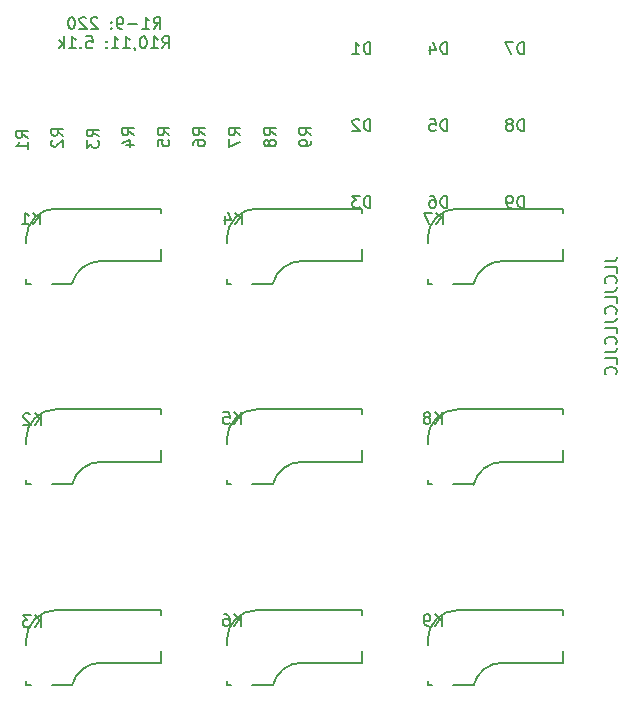
<source format=gbr>
G04 #@! TF.GenerationSoftware,KiCad,Pcbnew,(5.1.0)-1*
G04 #@! TF.CreationDate,2020-10-11T13:47:29-04:00*
G04 #@! TF.ProjectId,switch_tester,73776974-6368-45f7-9465-737465722e6b,rev?*
G04 #@! TF.SameCoordinates,Original*
G04 #@! TF.FileFunction,Legend,Bot*
G04 #@! TF.FilePolarity,Positive*
%FSLAX46Y46*%
G04 Gerber Fmt 4.6, Leading zero omitted, Abs format (unit mm)*
G04 Created by KiCad (PCBNEW (5.1.0)-1) date 2020-10-11 13:47:29*
%MOMM*%
%LPD*%
G04 APERTURE LIST*
%ADD10C,0.150000*%
G04 APERTURE END LIST*
D10*
X115652380Y-55480952D02*
X116366666Y-55480952D01*
X116509523Y-55433333D01*
X116604761Y-55338095D01*
X116652380Y-55195238D01*
X116652380Y-55100000D01*
X116652380Y-56433333D02*
X116652380Y-55957142D01*
X115652380Y-55957142D01*
X116557142Y-57338095D02*
X116604761Y-57290476D01*
X116652380Y-57147619D01*
X116652380Y-57052380D01*
X116604761Y-56909523D01*
X116509523Y-56814285D01*
X116414285Y-56766666D01*
X116223809Y-56719047D01*
X116080952Y-56719047D01*
X115890476Y-56766666D01*
X115795238Y-56814285D01*
X115700000Y-56909523D01*
X115652380Y-57052380D01*
X115652380Y-57147619D01*
X115700000Y-57290476D01*
X115747619Y-57338095D01*
X115652380Y-58052380D02*
X116366666Y-58052380D01*
X116509523Y-58004761D01*
X116604761Y-57909523D01*
X116652380Y-57766666D01*
X116652380Y-57671428D01*
X116652380Y-59004761D02*
X116652380Y-58528571D01*
X115652380Y-58528571D01*
X116557142Y-59909523D02*
X116604761Y-59861904D01*
X116652380Y-59719047D01*
X116652380Y-59623809D01*
X116604761Y-59480952D01*
X116509523Y-59385714D01*
X116414285Y-59338095D01*
X116223809Y-59290476D01*
X116080952Y-59290476D01*
X115890476Y-59338095D01*
X115795238Y-59385714D01*
X115700000Y-59480952D01*
X115652380Y-59623809D01*
X115652380Y-59719047D01*
X115700000Y-59861904D01*
X115747619Y-59909523D01*
X115652380Y-60623809D02*
X116366666Y-60623809D01*
X116509523Y-60576190D01*
X116604761Y-60480952D01*
X116652380Y-60338095D01*
X116652380Y-60242857D01*
X116652380Y-61576190D02*
X116652380Y-61100000D01*
X115652380Y-61100000D01*
X116557142Y-62480952D02*
X116604761Y-62433333D01*
X116652380Y-62290476D01*
X116652380Y-62195238D01*
X116604761Y-62052380D01*
X116509523Y-61957142D01*
X116414285Y-61909523D01*
X116223809Y-61861904D01*
X116080952Y-61861904D01*
X115890476Y-61909523D01*
X115795238Y-61957142D01*
X115700000Y-62052380D01*
X115652380Y-62195238D01*
X115652380Y-62290476D01*
X115700000Y-62433333D01*
X115747619Y-62480952D01*
X115652380Y-63195238D02*
X116366666Y-63195238D01*
X116509523Y-63147619D01*
X116604761Y-63052380D01*
X116652380Y-62909523D01*
X116652380Y-62814285D01*
X116652380Y-64147619D02*
X116652380Y-63671428D01*
X115652380Y-63671428D01*
X116557142Y-65052380D02*
X116604761Y-65004761D01*
X116652380Y-64861904D01*
X116652380Y-64766666D01*
X116604761Y-64623809D01*
X116509523Y-64528571D01*
X116414285Y-64480952D01*
X116223809Y-64433333D01*
X116080952Y-64433333D01*
X115890476Y-64480952D01*
X115795238Y-64528571D01*
X115700000Y-64623809D01*
X115652380Y-64766666D01*
X115652380Y-64861904D01*
X115700000Y-65004761D01*
X115747619Y-65052380D01*
X77449523Y-35797380D02*
X77782857Y-35321190D01*
X78020952Y-35797380D02*
X78020952Y-34797380D01*
X77640000Y-34797380D01*
X77544761Y-34845000D01*
X77497142Y-34892619D01*
X77449523Y-34987857D01*
X77449523Y-35130714D01*
X77497142Y-35225952D01*
X77544761Y-35273571D01*
X77640000Y-35321190D01*
X78020952Y-35321190D01*
X76497142Y-35797380D02*
X77068571Y-35797380D01*
X76782857Y-35797380D02*
X76782857Y-34797380D01*
X76878095Y-34940238D01*
X76973333Y-35035476D01*
X77068571Y-35083095D01*
X76068571Y-35416428D02*
X75306666Y-35416428D01*
X74782857Y-35797380D02*
X74592380Y-35797380D01*
X74497142Y-35749761D01*
X74449523Y-35702142D01*
X74354285Y-35559285D01*
X74306666Y-35368809D01*
X74306666Y-34987857D01*
X74354285Y-34892619D01*
X74401904Y-34845000D01*
X74497142Y-34797380D01*
X74687619Y-34797380D01*
X74782857Y-34845000D01*
X74830476Y-34892619D01*
X74878095Y-34987857D01*
X74878095Y-35225952D01*
X74830476Y-35321190D01*
X74782857Y-35368809D01*
X74687619Y-35416428D01*
X74497142Y-35416428D01*
X74401904Y-35368809D01*
X74354285Y-35321190D01*
X74306666Y-35225952D01*
X73878095Y-35702142D02*
X73830476Y-35749761D01*
X73878095Y-35797380D01*
X73925714Y-35749761D01*
X73878095Y-35702142D01*
X73878095Y-35797380D01*
X73878095Y-35178333D02*
X73830476Y-35225952D01*
X73878095Y-35273571D01*
X73925714Y-35225952D01*
X73878095Y-35178333D01*
X73878095Y-35273571D01*
X72687619Y-34892619D02*
X72640000Y-34845000D01*
X72544761Y-34797380D01*
X72306666Y-34797380D01*
X72211428Y-34845000D01*
X72163809Y-34892619D01*
X72116190Y-34987857D01*
X72116190Y-35083095D01*
X72163809Y-35225952D01*
X72735238Y-35797380D01*
X72116190Y-35797380D01*
X71735238Y-34892619D02*
X71687619Y-34845000D01*
X71592380Y-34797380D01*
X71354285Y-34797380D01*
X71259047Y-34845000D01*
X71211428Y-34892619D01*
X71163809Y-34987857D01*
X71163809Y-35083095D01*
X71211428Y-35225952D01*
X71782857Y-35797380D01*
X71163809Y-35797380D01*
X70544761Y-34797380D02*
X70449523Y-34797380D01*
X70354285Y-34845000D01*
X70306666Y-34892619D01*
X70259047Y-34987857D01*
X70211428Y-35178333D01*
X70211428Y-35416428D01*
X70259047Y-35606904D01*
X70306666Y-35702142D01*
X70354285Y-35749761D01*
X70449523Y-35797380D01*
X70544761Y-35797380D01*
X70640000Y-35749761D01*
X70687619Y-35702142D01*
X70735238Y-35606904D01*
X70782857Y-35416428D01*
X70782857Y-35178333D01*
X70735238Y-34987857D01*
X70687619Y-34892619D01*
X70640000Y-34845000D01*
X70544761Y-34797380D01*
X78187619Y-37447380D02*
X78520952Y-36971190D01*
X78759047Y-37447380D02*
X78759047Y-36447380D01*
X78378095Y-36447380D01*
X78282857Y-36495000D01*
X78235238Y-36542619D01*
X78187619Y-36637857D01*
X78187619Y-36780714D01*
X78235238Y-36875952D01*
X78282857Y-36923571D01*
X78378095Y-36971190D01*
X78759047Y-36971190D01*
X77235238Y-37447380D02*
X77806666Y-37447380D01*
X77520952Y-37447380D02*
X77520952Y-36447380D01*
X77616190Y-36590238D01*
X77711428Y-36685476D01*
X77806666Y-36733095D01*
X76616190Y-36447380D02*
X76520952Y-36447380D01*
X76425714Y-36495000D01*
X76378095Y-36542619D01*
X76330476Y-36637857D01*
X76282857Y-36828333D01*
X76282857Y-37066428D01*
X76330476Y-37256904D01*
X76378095Y-37352142D01*
X76425714Y-37399761D01*
X76520952Y-37447380D01*
X76616190Y-37447380D01*
X76711428Y-37399761D01*
X76759047Y-37352142D01*
X76806666Y-37256904D01*
X76854285Y-37066428D01*
X76854285Y-36828333D01*
X76806666Y-36637857D01*
X76759047Y-36542619D01*
X76711428Y-36495000D01*
X76616190Y-36447380D01*
X75806666Y-37399761D02*
X75806666Y-37447380D01*
X75854285Y-37542619D01*
X75901904Y-37590238D01*
X74854285Y-37447380D02*
X75425714Y-37447380D01*
X75140000Y-37447380D02*
X75140000Y-36447380D01*
X75235238Y-36590238D01*
X75330476Y-36685476D01*
X75425714Y-36733095D01*
X73901904Y-37447380D02*
X74473333Y-37447380D01*
X74187619Y-37447380D02*
X74187619Y-36447380D01*
X74282857Y-36590238D01*
X74378095Y-36685476D01*
X74473333Y-36733095D01*
X73473333Y-37352142D02*
X73425714Y-37399761D01*
X73473333Y-37447380D01*
X73520952Y-37399761D01*
X73473333Y-37352142D01*
X73473333Y-37447380D01*
X73473333Y-36828333D02*
X73425714Y-36875952D01*
X73473333Y-36923571D01*
X73520952Y-36875952D01*
X73473333Y-36828333D01*
X73473333Y-36923571D01*
X71759047Y-36447380D02*
X72235238Y-36447380D01*
X72282857Y-36923571D01*
X72235238Y-36875952D01*
X72140000Y-36828333D01*
X71901904Y-36828333D01*
X71806666Y-36875952D01*
X71759047Y-36923571D01*
X71711428Y-37018809D01*
X71711428Y-37256904D01*
X71759047Y-37352142D01*
X71806666Y-37399761D01*
X71901904Y-37447380D01*
X72140000Y-37447380D01*
X72235238Y-37399761D01*
X72282857Y-37352142D01*
X71282857Y-37352142D02*
X71235238Y-37399761D01*
X71282857Y-37447380D01*
X71330476Y-37399761D01*
X71282857Y-37352142D01*
X71282857Y-37447380D01*
X70282857Y-37447380D02*
X70854285Y-37447380D01*
X70568571Y-37447380D02*
X70568571Y-36447380D01*
X70663809Y-36590238D01*
X70759047Y-36685476D01*
X70854285Y-36733095D01*
X69854285Y-37447380D02*
X69854285Y-36447380D01*
X69759047Y-37066428D02*
X69473333Y-37447380D01*
X69473333Y-36780714D02*
X69854285Y-37161666D01*
X112080000Y-85015000D02*
X103190000Y-85015000D01*
X112080000Y-85396000D02*
X112080000Y-85015000D01*
X112080000Y-89460000D02*
X112080000Y-88444000D01*
X107000000Y-89460000D02*
X112080000Y-89460000D01*
X102809000Y-91365000D02*
X104460000Y-91365000D01*
X100650000Y-91365000D02*
X101031000Y-91365000D01*
X100650000Y-90984000D02*
X100650000Y-91365000D01*
X100650000Y-87555000D02*
X100650000Y-87936000D01*
X104535838Y-91383960D02*
G75*
G02X107000000Y-89460000I2464162J-616040D01*
G01*
X100650000Y-87555000D02*
G75*
G02X103190000Y-85015000I2540000J0D01*
G01*
X112080000Y-68015000D02*
X103190000Y-68015000D01*
X112080000Y-68396000D02*
X112080000Y-68015000D01*
X112080000Y-72460000D02*
X112080000Y-71444000D01*
X107000000Y-72460000D02*
X112080000Y-72460000D01*
X102809000Y-74365000D02*
X104460000Y-74365000D01*
X100650000Y-74365000D02*
X101031000Y-74365000D01*
X100650000Y-73984000D02*
X100650000Y-74365000D01*
X100650000Y-70555000D02*
X100650000Y-70936000D01*
X104535838Y-74383960D02*
G75*
G02X107000000Y-72460000I2464162J-616040D01*
G01*
X100650000Y-70555000D02*
G75*
G02X103190000Y-68015000I2540000J0D01*
G01*
X112080000Y-51015000D02*
X103190000Y-51015000D01*
X112080000Y-51396000D02*
X112080000Y-51015000D01*
X112080000Y-55460000D02*
X112080000Y-54444000D01*
X107000000Y-55460000D02*
X112080000Y-55460000D01*
X102809000Y-57365000D02*
X104460000Y-57365000D01*
X100650000Y-57365000D02*
X101031000Y-57365000D01*
X100650000Y-56984000D02*
X100650000Y-57365000D01*
X100650000Y-53555000D02*
X100650000Y-53936000D01*
X104535838Y-57383960D02*
G75*
G02X107000000Y-55460000I2464162J-616040D01*
G01*
X100650000Y-53555000D02*
G75*
G02X103190000Y-51015000I2540000J0D01*
G01*
X95080000Y-85015000D02*
X86190000Y-85015000D01*
X95080000Y-85396000D02*
X95080000Y-85015000D01*
X95080000Y-89460000D02*
X95080000Y-88444000D01*
X90000000Y-89460000D02*
X95080000Y-89460000D01*
X85809000Y-91365000D02*
X87460000Y-91365000D01*
X83650000Y-91365000D02*
X84031000Y-91365000D01*
X83650000Y-90984000D02*
X83650000Y-91365000D01*
X83650000Y-87555000D02*
X83650000Y-87936000D01*
X87535838Y-91383960D02*
G75*
G02X90000000Y-89460000I2464162J-616040D01*
G01*
X83650000Y-87555000D02*
G75*
G02X86190000Y-85015000I2540000J0D01*
G01*
X95080000Y-68015000D02*
X86190000Y-68015000D01*
X95080000Y-68396000D02*
X95080000Y-68015000D01*
X95080000Y-72460000D02*
X95080000Y-71444000D01*
X90000000Y-72460000D02*
X95080000Y-72460000D01*
X85809000Y-74365000D02*
X87460000Y-74365000D01*
X83650000Y-74365000D02*
X84031000Y-74365000D01*
X83650000Y-73984000D02*
X83650000Y-74365000D01*
X83650000Y-70555000D02*
X83650000Y-70936000D01*
X87535838Y-74383960D02*
G75*
G02X90000000Y-72460000I2464162J-616040D01*
G01*
X83650000Y-70555000D02*
G75*
G02X86190000Y-68015000I2540000J0D01*
G01*
X95080000Y-51015000D02*
X86190000Y-51015000D01*
X95080000Y-51396000D02*
X95080000Y-51015000D01*
X95080000Y-55460000D02*
X95080000Y-54444000D01*
X90000000Y-55460000D02*
X95080000Y-55460000D01*
X85809000Y-57365000D02*
X87460000Y-57365000D01*
X83650000Y-57365000D02*
X84031000Y-57365000D01*
X83650000Y-56984000D02*
X83650000Y-57365000D01*
X83650000Y-53555000D02*
X83650000Y-53936000D01*
X87535838Y-57383960D02*
G75*
G02X90000000Y-55460000I2464162J-616040D01*
G01*
X83650000Y-53555000D02*
G75*
G02X86190000Y-51015000I2540000J0D01*
G01*
X78080000Y-85015000D02*
X69190000Y-85015000D01*
X78080000Y-85396000D02*
X78080000Y-85015000D01*
X78080000Y-89460000D02*
X78080000Y-88444000D01*
X73000000Y-89460000D02*
X78080000Y-89460000D01*
X68809000Y-91365000D02*
X70460000Y-91365000D01*
X66650000Y-91365000D02*
X67031000Y-91365000D01*
X66650000Y-90984000D02*
X66650000Y-91365000D01*
X66650000Y-87555000D02*
X66650000Y-87936000D01*
X70535838Y-91383960D02*
G75*
G02X73000000Y-89460000I2464162J-616040D01*
G01*
X66650000Y-87555000D02*
G75*
G02X69190000Y-85015000I2540000J0D01*
G01*
X78080000Y-68015000D02*
X69190000Y-68015000D01*
X78080000Y-68396000D02*
X78080000Y-68015000D01*
X78080000Y-72460000D02*
X78080000Y-71444000D01*
X73000000Y-72460000D02*
X78080000Y-72460000D01*
X68809000Y-74365000D02*
X70460000Y-74365000D01*
X66650000Y-74365000D02*
X67031000Y-74365000D01*
X66650000Y-73984000D02*
X66650000Y-74365000D01*
X66650000Y-70555000D02*
X66650000Y-70936000D01*
X70535838Y-74383960D02*
G75*
G02X73000000Y-72460000I2464162J-616040D01*
G01*
X66650000Y-70555000D02*
G75*
G02X69190000Y-68015000I2540000J0D01*
G01*
X78080000Y-51015000D02*
X69190000Y-51015000D01*
X78080000Y-51396000D02*
X78080000Y-51015000D01*
X78080000Y-55460000D02*
X78080000Y-54444000D01*
X73000000Y-55460000D02*
X78080000Y-55460000D01*
X68809000Y-57365000D02*
X70460000Y-57365000D01*
X66650000Y-57365000D02*
X67031000Y-57365000D01*
X66650000Y-56984000D02*
X66650000Y-57365000D01*
X66650000Y-53555000D02*
X66650000Y-53936000D01*
X70535838Y-57383960D02*
G75*
G02X73000000Y-55460000I2464162J-616040D01*
G01*
X66650000Y-53555000D02*
G75*
G02X69190000Y-51015000I2540000J0D01*
G01*
X101838095Y-86352380D02*
X101838095Y-85352380D01*
X101266666Y-86352380D02*
X101695238Y-85780952D01*
X101266666Y-85352380D02*
X101838095Y-85923809D01*
X100790476Y-86352380D02*
X100600000Y-86352380D01*
X100504761Y-86304761D01*
X100457142Y-86257142D01*
X100361904Y-86114285D01*
X100314285Y-85923809D01*
X100314285Y-85542857D01*
X100361904Y-85447619D01*
X100409523Y-85400000D01*
X100504761Y-85352380D01*
X100695238Y-85352380D01*
X100790476Y-85400000D01*
X100838095Y-85447619D01*
X100885714Y-85542857D01*
X100885714Y-85780952D01*
X100838095Y-85876190D01*
X100790476Y-85923809D01*
X100695238Y-85971428D01*
X100504761Y-85971428D01*
X100409523Y-85923809D01*
X100361904Y-85876190D01*
X100314285Y-85780952D01*
X101838095Y-69252380D02*
X101838095Y-68252380D01*
X101266666Y-69252380D02*
X101695238Y-68680952D01*
X101266666Y-68252380D02*
X101838095Y-68823809D01*
X100695238Y-68680952D02*
X100790476Y-68633333D01*
X100838095Y-68585714D01*
X100885714Y-68490476D01*
X100885714Y-68442857D01*
X100838095Y-68347619D01*
X100790476Y-68300000D01*
X100695238Y-68252380D01*
X100504761Y-68252380D01*
X100409523Y-68300000D01*
X100361904Y-68347619D01*
X100314285Y-68442857D01*
X100314285Y-68490476D01*
X100361904Y-68585714D01*
X100409523Y-68633333D01*
X100504761Y-68680952D01*
X100695238Y-68680952D01*
X100790476Y-68728571D01*
X100838095Y-68776190D01*
X100885714Y-68871428D01*
X100885714Y-69061904D01*
X100838095Y-69157142D01*
X100790476Y-69204761D01*
X100695238Y-69252380D01*
X100504761Y-69252380D01*
X100409523Y-69204761D01*
X100361904Y-69157142D01*
X100314285Y-69061904D01*
X100314285Y-68871428D01*
X100361904Y-68776190D01*
X100409523Y-68728571D01*
X100504761Y-68680952D01*
X101938095Y-52352380D02*
X101938095Y-51352380D01*
X101366666Y-52352380D02*
X101795238Y-51780952D01*
X101366666Y-51352380D02*
X101938095Y-51923809D01*
X101033333Y-51352380D02*
X100366666Y-51352380D01*
X100795238Y-52352380D01*
X84838095Y-86352380D02*
X84838095Y-85352380D01*
X84266666Y-86352380D02*
X84695238Y-85780952D01*
X84266666Y-85352380D02*
X84838095Y-85923809D01*
X83409523Y-85352380D02*
X83600000Y-85352380D01*
X83695238Y-85400000D01*
X83742857Y-85447619D01*
X83838095Y-85590476D01*
X83885714Y-85780952D01*
X83885714Y-86161904D01*
X83838095Y-86257142D01*
X83790476Y-86304761D01*
X83695238Y-86352380D01*
X83504761Y-86352380D01*
X83409523Y-86304761D01*
X83361904Y-86257142D01*
X83314285Y-86161904D01*
X83314285Y-85923809D01*
X83361904Y-85828571D01*
X83409523Y-85780952D01*
X83504761Y-85733333D01*
X83695238Y-85733333D01*
X83790476Y-85780952D01*
X83838095Y-85828571D01*
X83885714Y-85923809D01*
X84838095Y-69252380D02*
X84838095Y-68252380D01*
X84266666Y-69252380D02*
X84695238Y-68680952D01*
X84266666Y-68252380D02*
X84838095Y-68823809D01*
X83361904Y-68252380D02*
X83838095Y-68252380D01*
X83885714Y-68728571D01*
X83838095Y-68680952D01*
X83742857Y-68633333D01*
X83504761Y-68633333D01*
X83409523Y-68680952D01*
X83361904Y-68728571D01*
X83314285Y-68823809D01*
X83314285Y-69061904D01*
X83361904Y-69157142D01*
X83409523Y-69204761D01*
X83504761Y-69252380D01*
X83742857Y-69252380D01*
X83838095Y-69204761D01*
X83885714Y-69157142D01*
X84938095Y-52352380D02*
X84938095Y-51352380D01*
X84366666Y-52352380D02*
X84795238Y-51780952D01*
X84366666Y-51352380D02*
X84938095Y-51923809D01*
X83509523Y-51685714D02*
X83509523Y-52352380D01*
X83747619Y-51304761D02*
X83985714Y-52019047D01*
X83366666Y-52019047D01*
X67938095Y-86452380D02*
X67938095Y-85452380D01*
X67366666Y-86452380D02*
X67795238Y-85880952D01*
X67366666Y-85452380D02*
X67938095Y-86023809D01*
X67033333Y-85452380D02*
X66414285Y-85452380D01*
X66747619Y-85833333D01*
X66604761Y-85833333D01*
X66509523Y-85880952D01*
X66461904Y-85928571D01*
X66414285Y-86023809D01*
X66414285Y-86261904D01*
X66461904Y-86357142D01*
X66509523Y-86404761D01*
X66604761Y-86452380D01*
X66890476Y-86452380D01*
X66985714Y-86404761D01*
X67033333Y-86357142D01*
X67938095Y-69352380D02*
X67938095Y-68352380D01*
X67366666Y-69352380D02*
X67795238Y-68780952D01*
X67366666Y-68352380D02*
X67938095Y-68923809D01*
X66985714Y-68447619D02*
X66938095Y-68400000D01*
X66842857Y-68352380D01*
X66604761Y-68352380D01*
X66509523Y-68400000D01*
X66461904Y-68447619D01*
X66414285Y-68542857D01*
X66414285Y-68638095D01*
X66461904Y-68780952D01*
X67033333Y-69352380D01*
X66414285Y-69352380D01*
X67838095Y-52352380D02*
X67838095Y-51352380D01*
X67266666Y-52352380D02*
X67695238Y-51780952D01*
X67266666Y-51352380D02*
X67838095Y-51923809D01*
X66314285Y-52352380D02*
X66885714Y-52352380D01*
X66600000Y-52352380D02*
X66600000Y-51352380D01*
X66695238Y-51495238D01*
X66790476Y-51590476D01*
X66885714Y-51638095D01*
X108808095Y-37942380D02*
X108808095Y-36942380D01*
X108570000Y-36942380D01*
X108427142Y-36990000D01*
X108331904Y-37085238D01*
X108284285Y-37180476D01*
X108236666Y-37370952D01*
X108236666Y-37513809D01*
X108284285Y-37704285D01*
X108331904Y-37799523D01*
X108427142Y-37894761D01*
X108570000Y-37942380D01*
X108808095Y-37942380D01*
X107903333Y-36942380D02*
X107236666Y-36942380D01*
X107665238Y-37942380D01*
X108808095Y-50942380D02*
X108808095Y-49942380D01*
X108570000Y-49942380D01*
X108427142Y-49990000D01*
X108331904Y-50085238D01*
X108284285Y-50180476D01*
X108236666Y-50370952D01*
X108236666Y-50513809D01*
X108284285Y-50704285D01*
X108331904Y-50799523D01*
X108427142Y-50894761D01*
X108570000Y-50942380D01*
X108808095Y-50942380D01*
X107760476Y-50942380D02*
X107570000Y-50942380D01*
X107474761Y-50894761D01*
X107427142Y-50847142D01*
X107331904Y-50704285D01*
X107284285Y-50513809D01*
X107284285Y-50132857D01*
X107331904Y-50037619D01*
X107379523Y-49990000D01*
X107474761Y-49942380D01*
X107665238Y-49942380D01*
X107760476Y-49990000D01*
X107808095Y-50037619D01*
X107855714Y-50132857D01*
X107855714Y-50370952D01*
X107808095Y-50466190D01*
X107760476Y-50513809D01*
X107665238Y-50561428D01*
X107474761Y-50561428D01*
X107379523Y-50513809D01*
X107331904Y-50466190D01*
X107284285Y-50370952D01*
X90792380Y-44803333D02*
X90316190Y-44470000D01*
X90792380Y-44231904D02*
X89792380Y-44231904D01*
X89792380Y-44612857D01*
X89840000Y-44708095D01*
X89887619Y-44755714D01*
X89982857Y-44803333D01*
X90125714Y-44803333D01*
X90220952Y-44755714D01*
X90268571Y-44708095D01*
X90316190Y-44612857D01*
X90316190Y-44231904D01*
X90792380Y-45279523D02*
X90792380Y-45470000D01*
X90744761Y-45565238D01*
X90697142Y-45612857D01*
X90554285Y-45708095D01*
X90363809Y-45755714D01*
X89982857Y-45755714D01*
X89887619Y-45708095D01*
X89840000Y-45660476D01*
X89792380Y-45565238D01*
X89792380Y-45374761D01*
X89840000Y-45279523D01*
X89887619Y-45231904D01*
X89982857Y-45184285D01*
X90220952Y-45184285D01*
X90316190Y-45231904D01*
X90363809Y-45279523D01*
X90411428Y-45374761D01*
X90411428Y-45565238D01*
X90363809Y-45660476D01*
X90316190Y-45708095D01*
X90220952Y-45755714D01*
X87792380Y-44803333D02*
X87316190Y-44470000D01*
X87792380Y-44231904D02*
X86792380Y-44231904D01*
X86792380Y-44612857D01*
X86840000Y-44708095D01*
X86887619Y-44755714D01*
X86982857Y-44803333D01*
X87125714Y-44803333D01*
X87220952Y-44755714D01*
X87268571Y-44708095D01*
X87316190Y-44612857D01*
X87316190Y-44231904D01*
X87220952Y-45374761D02*
X87173333Y-45279523D01*
X87125714Y-45231904D01*
X87030476Y-45184285D01*
X86982857Y-45184285D01*
X86887619Y-45231904D01*
X86840000Y-45279523D01*
X86792380Y-45374761D01*
X86792380Y-45565238D01*
X86840000Y-45660476D01*
X86887619Y-45708095D01*
X86982857Y-45755714D01*
X87030476Y-45755714D01*
X87125714Y-45708095D01*
X87173333Y-45660476D01*
X87220952Y-45565238D01*
X87220952Y-45374761D01*
X87268571Y-45279523D01*
X87316190Y-45231904D01*
X87411428Y-45184285D01*
X87601904Y-45184285D01*
X87697142Y-45231904D01*
X87744761Y-45279523D01*
X87792380Y-45374761D01*
X87792380Y-45565238D01*
X87744761Y-45660476D01*
X87697142Y-45708095D01*
X87601904Y-45755714D01*
X87411428Y-45755714D01*
X87316190Y-45708095D01*
X87268571Y-45660476D01*
X87220952Y-45565238D01*
X84792380Y-44803333D02*
X84316190Y-44470000D01*
X84792380Y-44231904D02*
X83792380Y-44231904D01*
X83792380Y-44612857D01*
X83840000Y-44708095D01*
X83887619Y-44755714D01*
X83982857Y-44803333D01*
X84125714Y-44803333D01*
X84220952Y-44755714D01*
X84268571Y-44708095D01*
X84316190Y-44612857D01*
X84316190Y-44231904D01*
X83792380Y-45136666D02*
X83792380Y-45803333D01*
X84792380Y-45374761D01*
X81792380Y-44803333D02*
X81316190Y-44470000D01*
X81792380Y-44231904D02*
X80792380Y-44231904D01*
X80792380Y-44612857D01*
X80840000Y-44708095D01*
X80887619Y-44755714D01*
X80982857Y-44803333D01*
X81125714Y-44803333D01*
X81220952Y-44755714D01*
X81268571Y-44708095D01*
X81316190Y-44612857D01*
X81316190Y-44231904D01*
X80792380Y-45660476D02*
X80792380Y-45470000D01*
X80840000Y-45374761D01*
X80887619Y-45327142D01*
X81030476Y-45231904D01*
X81220952Y-45184285D01*
X81601904Y-45184285D01*
X81697142Y-45231904D01*
X81744761Y-45279523D01*
X81792380Y-45374761D01*
X81792380Y-45565238D01*
X81744761Y-45660476D01*
X81697142Y-45708095D01*
X81601904Y-45755714D01*
X81363809Y-45755714D01*
X81268571Y-45708095D01*
X81220952Y-45660476D01*
X81173333Y-45565238D01*
X81173333Y-45374761D01*
X81220952Y-45279523D01*
X81268571Y-45231904D01*
X81363809Y-45184285D01*
X78792380Y-44803333D02*
X78316190Y-44470000D01*
X78792380Y-44231904D02*
X77792380Y-44231904D01*
X77792380Y-44612857D01*
X77840000Y-44708095D01*
X77887619Y-44755714D01*
X77982857Y-44803333D01*
X78125714Y-44803333D01*
X78220952Y-44755714D01*
X78268571Y-44708095D01*
X78316190Y-44612857D01*
X78316190Y-44231904D01*
X77792380Y-45708095D02*
X77792380Y-45231904D01*
X78268571Y-45184285D01*
X78220952Y-45231904D01*
X78173333Y-45327142D01*
X78173333Y-45565238D01*
X78220952Y-45660476D01*
X78268571Y-45708095D01*
X78363809Y-45755714D01*
X78601904Y-45755714D01*
X78697142Y-45708095D01*
X78744761Y-45660476D01*
X78792380Y-45565238D01*
X78792380Y-45327142D01*
X78744761Y-45231904D01*
X78697142Y-45184285D01*
X75792380Y-44803333D02*
X75316190Y-44470000D01*
X75792380Y-44231904D02*
X74792380Y-44231904D01*
X74792380Y-44612857D01*
X74840000Y-44708095D01*
X74887619Y-44755714D01*
X74982857Y-44803333D01*
X75125714Y-44803333D01*
X75220952Y-44755714D01*
X75268571Y-44708095D01*
X75316190Y-44612857D01*
X75316190Y-44231904D01*
X75125714Y-45660476D02*
X75792380Y-45660476D01*
X74744761Y-45422380D02*
X75459047Y-45184285D01*
X75459047Y-45803333D01*
X72792380Y-44913333D02*
X72316190Y-44580000D01*
X72792380Y-44341904D02*
X71792380Y-44341904D01*
X71792380Y-44722857D01*
X71840000Y-44818095D01*
X71887619Y-44865714D01*
X71982857Y-44913333D01*
X72125714Y-44913333D01*
X72220952Y-44865714D01*
X72268571Y-44818095D01*
X72316190Y-44722857D01*
X72316190Y-44341904D01*
X71792380Y-45246666D02*
X71792380Y-45865714D01*
X72173333Y-45532380D01*
X72173333Y-45675238D01*
X72220952Y-45770476D01*
X72268571Y-45818095D01*
X72363809Y-45865714D01*
X72601904Y-45865714D01*
X72697142Y-45818095D01*
X72744761Y-45770476D01*
X72792380Y-45675238D01*
X72792380Y-45389523D01*
X72744761Y-45294285D01*
X72697142Y-45246666D01*
X69792380Y-44843333D02*
X69316190Y-44510000D01*
X69792380Y-44271904D02*
X68792380Y-44271904D01*
X68792380Y-44652857D01*
X68840000Y-44748095D01*
X68887619Y-44795714D01*
X68982857Y-44843333D01*
X69125714Y-44843333D01*
X69220952Y-44795714D01*
X69268571Y-44748095D01*
X69316190Y-44652857D01*
X69316190Y-44271904D01*
X68887619Y-45224285D02*
X68840000Y-45271904D01*
X68792380Y-45367142D01*
X68792380Y-45605238D01*
X68840000Y-45700476D01*
X68887619Y-45748095D01*
X68982857Y-45795714D01*
X69078095Y-45795714D01*
X69220952Y-45748095D01*
X69792380Y-45176666D01*
X69792380Y-45795714D01*
X66792380Y-45023333D02*
X66316190Y-44690000D01*
X66792380Y-44451904D02*
X65792380Y-44451904D01*
X65792380Y-44832857D01*
X65840000Y-44928095D01*
X65887619Y-44975714D01*
X65982857Y-45023333D01*
X66125714Y-45023333D01*
X66220952Y-44975714D01*
X66268571Y-44928095D01*
X66316190Y-44832857D01*
X66316190Y-44451904D01*
X66792380Y-45975714D02*
X66792380Y-45404285D01*
X66792380Y-45690000D02*
X65792380Y-45690000D01*
X65935238Y-45594761D01*
X66030476Y-45499523D01*
X66078095Y-45404285D01*
X108808095Y-44442380D02*
X108808095Y-43442380D01*
X108570000Y-43442380D01*
X108427142Y-43490000D01*
X108331904Y-43585238D01*
X108284285Y-43680476D01*
X108236666Y-43870952D01*
X108236666Y-44013809D01*
X108284285Y-44204285D01*
X108331904Y-44299523D01*
X108427142Y-44394761D01*
X108570000Y-44442380D01*
X108808095Y-44442380D01*
X107665238Y-43870952D02*
X107760476Y-43823333D01*
X107808095Y-43775714D01*
X107855714Y-43680476D01*
X107855714Y-43632857D01*
X107808095Y-43537619D01*
X107760476Y-43490000D01*
X107665238Y-43442380D01*
X107474761Y-43442380D01*
X107379523Y-43490000D01*
X107331904Y-43537619D01*
X107284285Y-43632857D01*
X107284285Y-43680476D01*
X107331904Y-43775714D01*
X107379523Y-43823333D01*
X107474761Y-43870952D01*
X107665238Y-43870952D01*
X107760476Y-43918571D01*
X107808095Y-43966190D01*
X107855714Y-44061428D01*
X107855714Y-44251904D01*
X107808095Y-44347142D01*
X107760476Y-44394761D01*
X107665238Y-44442380D01*
X107474761Y-44442380D01*
X107379523Y-44394761D01*
X107331904Y-44347142D01*
X107284285Y-44251904D01*
X107284285Y-44061428D01*
X107331904Y-43966190D01*
X107379523Y-43918571D01*
X107474761Y-43870952D01*
X102308095Y-50942380D02*
X102308095Y-49942380D01*
X102070000Y-49942380D01*
X101927142Y-49990000D01*
X101831904Y-50085238D01*
X101784285Y-50180476D01*
X101736666Y-50370952D01*
X101736666Y-50513809D01*
X101784285Y-50704285D01*
X101831904Y-50799523D01*
X101927142Y-50894761D01*
X102070000Y-50942380D01*
X102308095Y-50942380D01*
X100879523Y-49942380D02*
X101070000Y-49942380D01*
X101165238Y-49990000D01*
X101212857Y-50037619D01*
X101308095Y-50180476D01*
X101355714Y-50370952D01*
X101355714Y-50751904D01*
X101308095Y-50847142D01*
X101260476Y-50894761D01*
X101165238Y-50942380D01*
X100974761Y-50942380D01*
X100879523Y-50894761D01*
X100831904Y-50847142D01*
X100784285Y-50751904D01*
X100784285Y-50513809D01*
X100831904Y-50418571D01*
X100879523Y-50370952D01*
X100974761Y-50323333D01*
X101165238Y-50323333D01*
X101260476Y-50370952D01*
X101308095Y-50418571D01*
X101355714Y-50513809D01*
X102308095Y-44442380D02*
X102308095Y-43442380D01*
X102070000Y-43442380D01*
X101927142Y-43490000D01*
X101831904Y-43585238D01*
X101784285Y-43680476D01*
X101736666Y-43870952D01*
X101736666Y-44013809D01*
X101784285Y-44204285D01*
X101831904Y-44299523D01*
X101927142Y-44394761D01*
X102070000Y-44442380D01*
X102308095Y-44442380D01*
X100831904Y-43442380D02*
X101308095Y-43442380D01*
X101355714Y-43918571D01*
X101308095Y-43870952D01*
X101212857Y-43823333D01*
X100974761Y-43823333D01*
X100879523Y-43870952D01*
X100831904Y-43918571D01*
X100784285Y-44013809D01*
X100784285Y-44251904D01*
X100831904Y-44347142D01*
X100879523Y-44394761D01*
X100974761Y-44442380D01*
X101212857Y-44442380D01*
X101308095Y-44394761D01*
X101355714Y-44347142D01*
X102308095Y-37942380D02*
X102308095Y-36942380D01*
X102070000Y-36942380D01*
X101927142Y-36990000D01*
X101831904Y-37085238D01*
X101784285Y-37180476D01*
X101736666Y-37370952D01*
X101736666Y-37513809D01*
X101784285Y-37704285D01*
X101831904Y-37799523D01*
X101927142Y-37894761D01*
X102070000Y-37942380D01*
X102308095Y-37942380D01*
X100879523Y-37275714D02*
X100879523Y-37942380D01*
X101117619Y-36894761D02*
X101355714Y-37609047D01*
X100736666Y-37609047D01*
X95808095Y-50942380D02*
X95808095Y-49942380D01*
X95570000Y-49942380D01*
X95427142Y-49990000D01*
X95331904Y-50085238D01*
X95284285Y-50180476D01*
X95236666Y-50370952D01*
X95236666Y-50513809D01*
X95284285Y-50704285D01*
X95331904Y-50799523D01*
X95427142Y-50894761D01*
X95570000Y-50942380D01*
X95808095Y-50942380D01*
X94903333Y-49942380D02*
X94284285Y-49942380D01*
X94617619Y-50323333D01*
X94474761Y-50323333D01*
X94379523Y-50370952D01*
X94331904Y-50418571D01*
X94284285Y-50513809D01*
X94284285Y-50751904D01*
X94331904Y-50847142D01*
X94379523Y-50894761D01*
X94474761Y-50942380D01*
X94760476Y-50942380D01*
X94855714Y-50894761D01*
X94903333Y-50847142D01*
X95808095Y-44442380D02*
X95808095Y-43442380D01*
X95570000Y-43442380D01*
X95427142Y-43490000D01*
X95331904Y-43585238D01*
X95284285Y-43680476D01*
X95236666Y-43870952D01*
X95236666Y-44013809D01*
X95284285Y-44204285D01*
X95331904Y-44299523D01*
X95427142Y-44394761D01*
X95570000Y-44442380D01*
X95808095Y-44442380D01*
X94855714Y-43537619D02*
X94808095Y-43490000D01*
X94712857Y-43442380D01*
X94474761Y-43442380D01*
X94379523Y-43490000D01*
X94331904Y-43537619D01*
X94284285Y-43632857D01*
X94284285Y-43728095D01*
X94331904Y-43870952D01*
X94903333Y-44442380D01*
X94284285Y-44442380D01*
X95808095Y-37942380D02*
X95808095Y-36942380D01*
X95570000Y-36942380D01*
X95427142Y-36990000D01*
X95331904Y-37085238D01*
X95284285Y-37180476D01*
X95236666Y-37370952D01*
X95236666Y-37513809D01*
X95284285Y-37704285D01*
X95331904Y-37799523D01*
X95427142Y-37894761D01*
X95570000Y-37942380D01*
X95808095Y-37942380D01*
X94284285Y-37942380D02*
X94855714Y-37942380D01*
X94570000Y-37942380D02*
X94570000Y-36942380D01*
X94665238Y-37085238D01*
X94760476Y-37180476D01*
X94855714Y-37228095D01*
M02*

</source>
